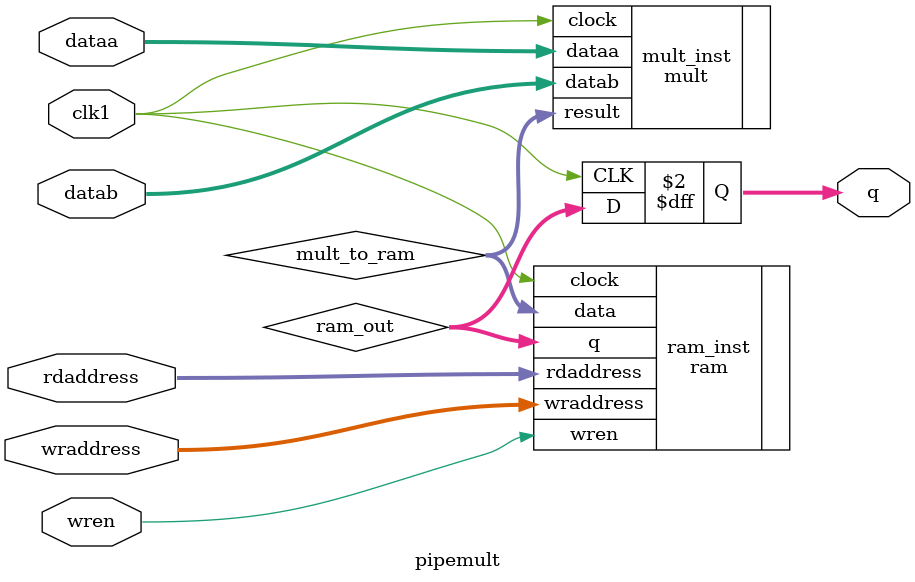
<source format=v>
/*******************************************************************************
 *                                                                             *
 *                  Copyright (C) 2009 Altera Corporation                      *
 *                                                                             *
 * ALTERA, ARRIA, CYCLONE, HARDCOPY, MAX, MEGACORE, NIOS, QUARTUS & STRATIX    *
 * are Reg. U.S. Pat. & Tm. Off. and Altera marks in and outside the U.S.      *
 *                                                                             *
 * All information provided herein is provided on an "as is" basis,            *
 * without warranty of any kind.                                               *
 *                                                                             *
 * Module Name: pipemult                       File Name: pipemult.v           *
 *                                                                             *
 * Module Function: This file contains the top level module for the pipemult   *
 *                  project                                                    *
 *                                                                             *
 * REVISION HISTORY:                                                           *
 *  Revision 1.0    12/07/2009 - Initial Revision                              *
 ******************************************************************************/

module pipemult(
	clk1,
	wren,
	dataa,
	datab,
	rdaddress,
	wraddress,
	q
);

input	clk1;
input	wren;
input	[7:0] dataa;
input	[7:0] datab;
input	[4:0] rdaddress;
input	[4:0] wraddress;
output	[15:0] q;

reg	[15:0] q;
wire	[15:0] mult_to_ram, ram_out;


// Insert multiplier instantiation here
mult	mult_inst (
	.clock ( clk1 ),
	.dataa ( dataa ),
	.datab ( datab ),
	.result ( mult_to_ram )
	);


ram	ram_inst
	(.clock(clk1),
	.wren(wren),
	.data(mult_to_ram),
	.rdaddress(rdaddress),
	.wraddress(wraddress),
	.q(ram_out));

always @ (posedge clk1)
	q <= ram_out;

endmodule

</source>
